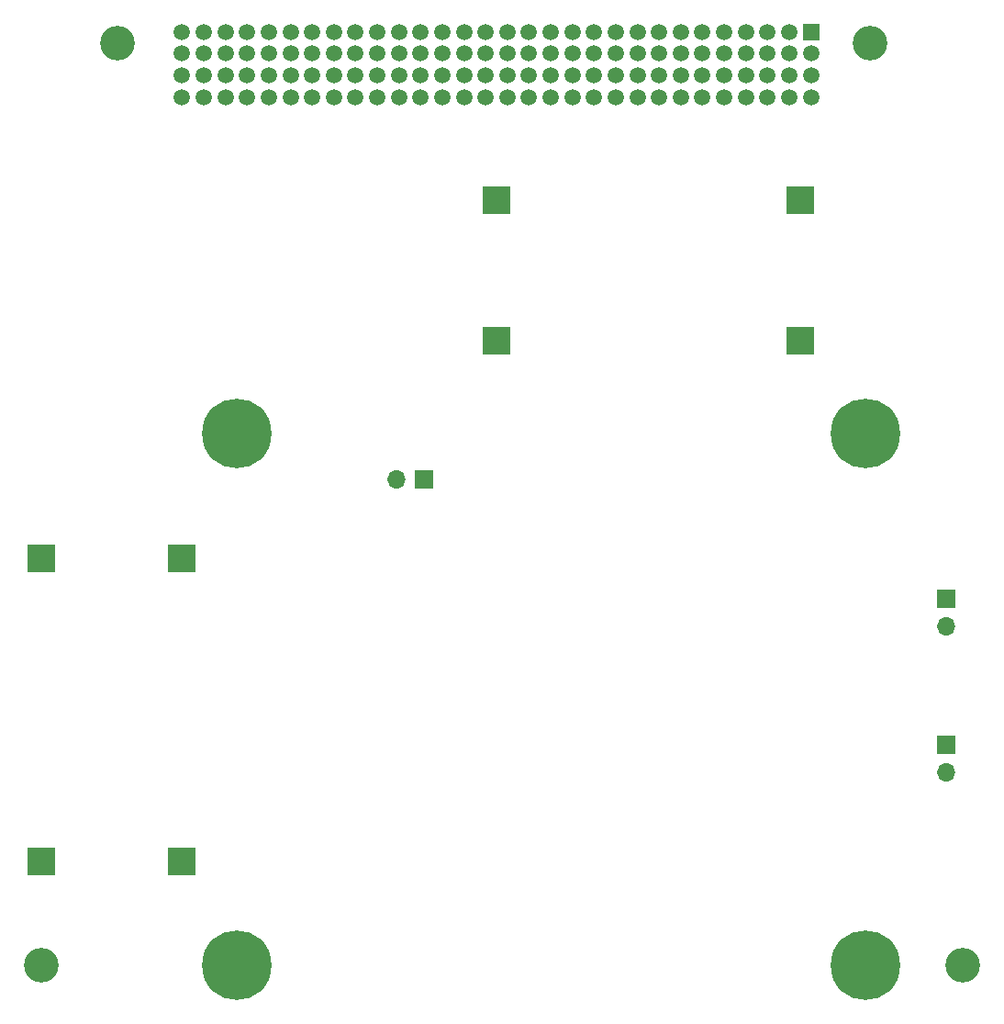
<source format=gbr>
%TF.GenerationSoftware,KiCad,Pcbnew,8.0.0*%
%TF.CreationDate,2025-01-17T03:21:48+02:00*%
%TF.ProjectId,diplomna_2024_solar_pcb_layout,6469706c-6f6d-46e6-915f-323032345f73,rev?*%
%TF.SameCoordinates,Original*%
%TF.FileFunction,Soldermask,Top*%
%TF.FilePolarity,Negative*%
%FSLAX46Y46*%
G04 Gerber Fmt 4.6, Leading zero omitted, Abs format (unit mm)*
G04 Created by KiCad (PCBNEW 8.0.0) date 2025-01-17 03:21:48*
%MOMM*%
%LPD*%
G01*
G04 APERTURE LIST*
%ADD10R,2.500000X2.500000*%
%ADD11R,1.700000X1.700000*%
%ADD12O,1.700000X1.700000*%
%ADD13C,6.404000*%
%ADD14R,1.500000X1.500000*%
%ADD15C,1.500000*%
%ADD16C,3.200000*%
G04 APERTURE END LIST*
D10*
%TO.C,REF\u002A\u002A*%
X198000000Y-109000000D03*
%TD*%
%TO.C,REF\u002A\u002A*%
X198000000Y-137000000D03*
%TD*%
%TO.C,REF\u002A\u002A*%
X185000000Y-137000000D03*
%TD*%
%TO.C,REF\u002A\u002A*%
X185000000Y-109000000D03*
%TD*%
%TO.C,REF\u002A\u002A*%
X227000000Y-89000000D03*
%TD*%
%TO.C,REF\u002A\u002A*%
X227000000Y-76000000D03*
%TD*%
%TO.C,REF\u002A\u002A*%
X255000000Y-76000000D03*
%TD*%
%TO.C,REF\u002A\u002A*%
X255000000Y-89000000D03*
%TD*%
D11*
%TO.C,REF\u002A\u002A*%
X220275000Y-101725000D03*
D12*
X217735000Y-101725000D03*
%TD*%
D11*
%TO.C,REF\u002A\u002A*%
X268500000Y-112725000D03*
D12*
X268500000Y-115265000D03*
%TD*%
D11*
%TO.C,REF\u002A\u002A*%
X268500000Y-126225000D03*
D12*
X268500000Y-128765000D03*
%TD*%
D13*
%TO.C,*%
X203000000Y-97500000D03*
X203000000Y-146500000D03*
X261000000Y-97500000D03*
X261000000Y-146500000D03*
%TD*%
D14*
%TO.C,J\u002A\u002A*%
X256000000Y-60500000D03*
D15*
X254000000Y-60500000D03*
X252000000Y-60500000D03*
X250000000Y-60500000D03*
X248000000Y-60500000D03*
X246000000Y-60500000D03*
X244000000Y-60500000D03*
X242000000Y-60500000D03*
X240000000Y-60500000D03*
X238000000Y-60500000D03*
X236000000Y-60500000D03*
X234000000Y-60500000D03*
X232000000Y-60500000D03*
X230000000Y-60500000D03*
X228000000Y-60500000D03*
X226000000Y-60500000D03*
X224000000Y-60500000D03*
X222000000Y-60500000D03*
X220000000Y-60500000D03*
X218000000Y-60500000D03*
X216000000Y-60500000D03*
X214000000Y-60500000D03*
X212000000Y-60500000D03*
X210000000Y-60500000D03*
X208000000Y-60500000D03*
X206000000Y-60500000D03*
X204000000Y-60500000D03*
X202000000Y-60500000D03*
X200000000Y-60500000D03*
X198000000Y-60500000D03*
X256000000Y-62500000D03*
X254000000Y-62500000D03*
X252000000Y-62500000D03*
X250000000Y-62500000D03*
X248000000Y-62500000D03*
X246000000Y-62500000D03*
X244000000Y-62500000D03*
X242000000Y-62500000D03*
X240000000Y-62500000D03*
X238000000Y-62500000D03*
X236000000Y-62500000D03*
X234000000Y-62500000D03*
X232000000Y-62500000D03*
X230000000Y-62500000D03*
X228000000Y-62500000D03*
X226000000Y-62500000D03*
X224000000Y-62500000D03*
X222000000Y-62500000D03*
X220000000Y-62500000D03*
X218000000Y-62500000D03*
X216000000Y-62500000D03*
X214000000Y-62500000D03*
X212000000Y-62500000D03*
X210000000Y-62500000D03*
X208000000Y-62500000D03*
X206000000Y-62500000D03*
X204000000Y-62500000D03*
X202000000Y-62500000D03*
X200000000Y-62500000D03*
X198000000Y-62500000D03*
X256000000Y-64500000D03*
X254000000Y-64500000D03*
X252000000Y-64500000D03*
X250000000Y-64500000D03*
X248000000Y-64500000D03*
X246000000Y-64500000D03*
X244000000Y-64500000D03*
X242000000Y-64500000D03*
X240000000Y-64500000D03*
X238000000Y-64500000D03*
X236000000Y-64500000D03*
X234000000Y-64500000D03*
X232000000Y-64500000D03*
X230000000Y-64500000D03*
X228000000Y-64500000D03*
X226000000Y-64500000D03*
X224000000Y-64500000D03*
X222000000Y-64500000D03*
X220000000Y-64500000D03*
X218000000Y-64500000D03*
X216000000Y-64500000D03*
X214000000Y-64500000D03*
X212000000Y-64500000D03*
X210000000Y-64500000D03*
X208000000Y-64500000D03*
X206000000Y-64500000D03*
X204000000Y-64500000D03*
X202000000Y-64500000D03*
X200000000Y-64500000D03*
X198000000Y-64500000D03*
X256000000Y-66500000D03*
X254000000Y-66500000D03*
X252000000Y-66500000D03*
X250000000Y-66500000D03*
X248000000Y-66500000D03*
X246000000Y-66500000D03*
X244000000Y-66500000D03*
X242000000Y-66500000D03*
X240000000Y-66500000D03*
X238000000Y-66500000D03*
X236000000Y-66500000D03*
X234000000Y-66500000D03*
X232000000Y-66500000D03*
X230000000Y-66500000D03*
X228000000Y-66500000D03*
X226000000Y-66500000D03*
X224000000Y-66500000D03*
X222000000Y-66500000D03*
X220000000Y-66500000D03*
X218000000Y-66500000D03*
X216000000Y-66500000D03*
X214000000Y-66500000D03*
X212000000Y-66500000D03*
X210000000Y-66500000D03*
X208000000Y-66500000D03*
X206000000Y-66500000D03*
X204000000Y-66500000D03*
X202000000Y-66500000D03*
X200000000Y-66500000D03*
X198000000Y-66500000D03*
%TD*%
D16*
%TO.C,REF\u002A\u002A*%
X270000000Y-146500000D03*
%TD*%
%TO.C,REF\u002A\u002A*%
X192000000Y-61500000D03*
%TD*%
%TO.C,REF\u002A\u002A*%
X185000000Y-146500000D03*
%TD*%
%TO.C,REF\u002A\u002A*%
X261500000Y-61500000D03*
%TD*%
M02*

</source>
